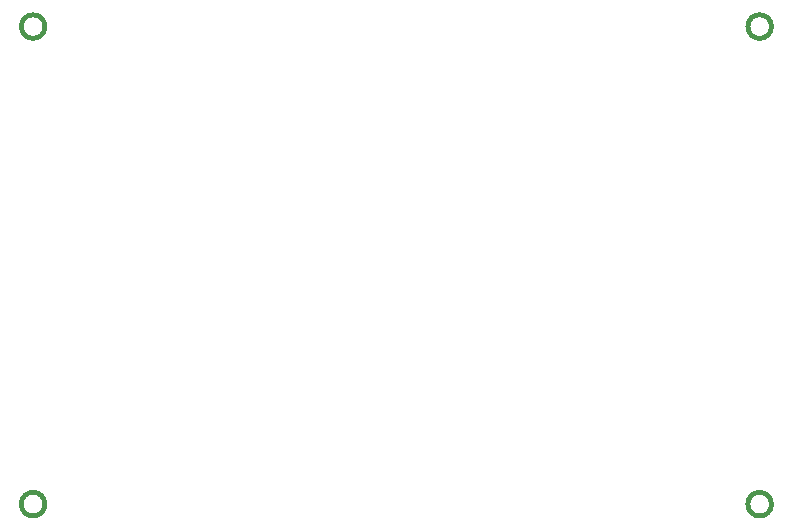
<source format=gbo>
G04 #@! TF.GenerationSoftware,KiCad,Pcbnew,(5.1.4-0-10_14)*
G04 #@! TF.CreationDate,2019-10-30T04:13:05+09:00*
G04 #@! TF.ProjectId,nilgiri_front,6e696c67-6972-4695-9f66-726f6e742e6b,rev?*
G04 #@! TF.SameCoordinates,Original*
G04 #@! TF.FileFunction,Legend,Bot*
G04 #@! TF.FilePolarity,Positive*
%FSLAX46Y46*%
G04 Gerber Fmt 4.6, Leading zero omitted, Abs format (unit mm)*
G04 Created by KiCad (PCBNEW (5.1.4-0-10_14)) date 2019-10-30 04:13:05*
%MOMM*%
%LPD*%
G04 APERTURE LIST*
%ADD10C,0.400000*%
G04 APERTURE END LIST*
D10*
X165388800Y-111302800D02*
G75*
G03X165388800Y-111302800I-1000000J0D01*
G01*
X165388800Y-70866000D02*
G75*
G03X165388800Y-70866000I-1000000J0D01*
G01*
X103870000Y-111302800D02*
G75*
G03X103870000Y-111302800I-1000000J0D01*
G01*
X103870000Y-70866000D02*
G75*
G03X103870000Y-70866000I-1000000J0D01*
G01*
M02*

</source>
